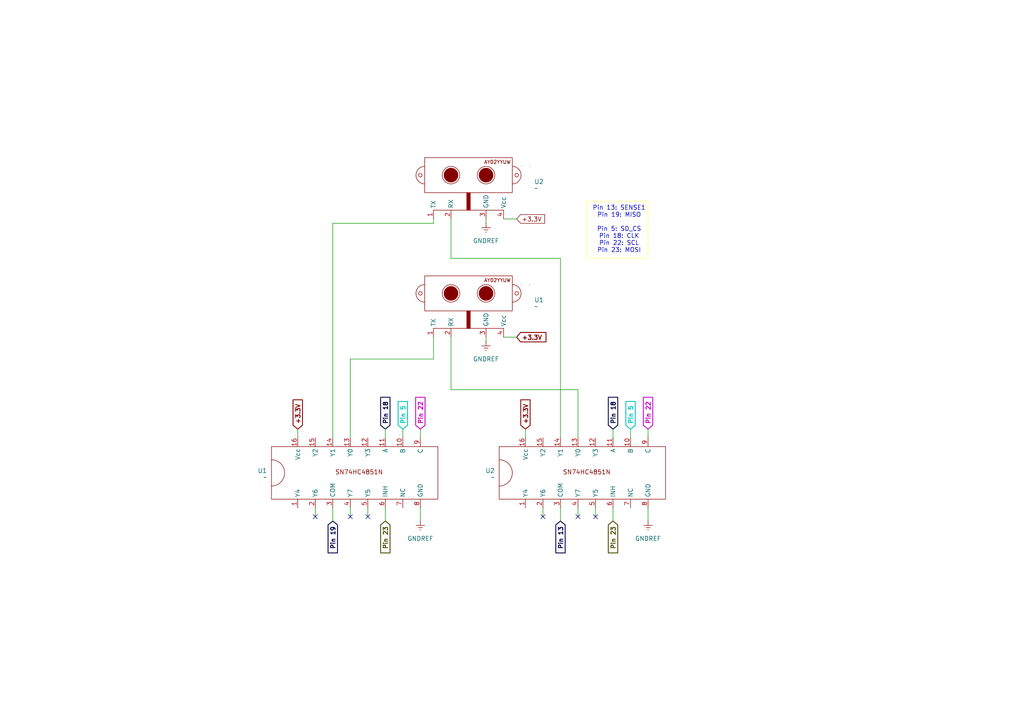
<source format=kicad_sch>
(kicad_sch (version 20231120) (generator "eeschema") (generator_version "8.0")
  (paper "A4")
  (lib_symbols
    (symbol "A02YYUW_1"
      (property "Reference" "U1" (at 19.05 -1.9049 0))
      (property "Value" "~" (at 19.05 -3.81 0))
      (symbol "A02YYUW_1_0_1"
        (rectangle (start -12.7 5.08) (end 12.7 -5.08))
        (circle (center -5.08 0) (radius 2.54))
        (circle (center 5.08 0) (radius 2.54))
      )
      (symbol "A02YYUW_1_1_1"
        (circle (center -13.97 0) (radius 0.508))
        (arc (start -12.7 2.54) (mid -15.24 0) (end -12.7 -2.54))
        (circle (center -5.08 0) (radius 2.032) (fill (type outline)))
        (rectangle (start -0.508 -5.08) (end 0.508 -10.16) (fill (type outline)))
        (polyline (pts (xy 0 -10.16) (xy -10.16 -10.16)))
        (polyline (pts (xy 0 -10.16) (xy 10.16 -10.16)))
        (circle (center 5.08 0) (radius 2.032) (fill (type outline)))
        (arc (start 12.7 -2.54) (mid 15.24 0) (end 12.7 2.54))
        (circle (center 13.97 0) (radius 0.508))
        (arc (start 15.24 2.54) (mid 15.24 2.54) (end 15.24 2.54))
        (arc (start 17.78 2.54) (mid 17.78 2.54) (end 17.78 2.54))
        (arc (start 17.78 2.54) (mid 17.78 2.54) (end 17.78 2.54))
        (text "AY02YYUW" (at 8.382 3.81 0) (effects (font (size 1.016 1.016))))
        (pin input line (at -10.16 -12.7 90) (length 2.54) (name "TX") (number "1"))
        (pin input line (at -5.08 -12.7 90) (length 2.54) (name "RX") (number "2"))
        (pin input line (at 5.08 -12.7 90) (length 2.54) (name "GND") (number "3"))
        (pin input line (at 10.16 -12.7 90) (length 2.54) (name "Vcc") (number "4"))
      )
    )
    (symbol "Mensoft_Carmen:SN74HC4851N"
      (property "Reference" "U" (at 0 20.32 0))
      (symbol "SN74HC4851N_0_1"
        (rectangle (start -22.86 7.62) (end 25.4 -7.62))
        (arc (start 25.4 3.81) (mid 21.59 0) (end 25.4 -3.81))
      )
      (symbol "SN74HC4851N_1_1"
        (text "SN74HC4851N\n" (at 0 -0.254 0) (effects (font (size 1.27 1.27))))
        (pin input line (at 17.78 10.16 270) (length 2.54) (name "Y4") (number "1"))
        (pin input line (at -12.7 -10.16 90) (length 2.54) (name "B") (number "10"))
        (pin input line (at -7.62 -10.16 90) (length 2.54) (name "A") (number "11"))
        (pin input line (at -2.54 -10.16 90) (length 2.54) (name "Y3") (number "12"))
        (pin input line (at 2.54 -10.16 90) (length 2.54) (name "Y0") (number "13"))
        (pin input line (at 7.62 -10.16 90) (length 2.54) (name "Y1") (number "14"))
        (pin input line (at 12.7 -10.16 90) (length 2.54) (name "Y2") (number "15"))
        (pin input line (at 17.78 -10.16 90) (length 2.54) (name "Vcc") (number "16"))
        (pin input line (at 12.7 10.16 270) (length 2.54) (name "Y6") (number "2"))
        (pin input line (at 7.62 10.16 270) (length 2.54) (name "COM") (number "3"))
        (pin input line (at 2.54 10.16 270) (length 2.54) (name "Y7") (number "4"))
        (pin input line (at -2.54 10.16 270) (length 2.54) (name "Y5") (number "5"))
        (pin input line (at -7.62 10.16 270) (length 2.54) (name "INH") (number "6"))
        (pin input line (at -12.7 10.16 270) (length 2.54) (name "NC") (number "7"))
        (pin input line (at -17.78 10.16 270) (length 2.54) (name "GND") (number "8"))
        (pin input line (at -17.78 -10.16 90) (length 2.54) (name "C") (number "9"))
      )
    )
    (symbol "power:GNDREF" (power) (pin_numbers hide) (pin_names (offset 0) hide)
      (property "Value" "GNDREF" (at 0 -3.81 0))
      (symbol "GNDREF_0_1"
        (polyline (pts (xy -0.635 -1.905) (xy 0.635 -1.905)))
        (polyline (pts (xy -0.127 -2.54) (xy 0.127 -2.54)))
        (polyline (pts (xy 0 -1.27) (xy 0 0)))
        (polyline (pts (xy 1.27 -1.27) (xy -1.27 -1.27)))
      )
      (symbol "GNDREF_1_1"
        (pin power_in line (at 0 0 270) (length 0) (name "~") (number "1"))
      )
    )
  )
  (no_connect (at 167.64 149.86))
  (no_connect (at 106.68 149.86))
  (no_connect (at 172.72 149.86))
  (no_connect (at 101.6 149.86))
  (no_connect (at 91.44 149.86))
  (no_connect (at 157.48 149.86))
  (wire (pts (xy 167.64 113.03) (xy 167.64 127)))
  (wire (pts (xy 130.81 97.79) (xy 130.81 113.03)))
  (wire (pts (xy 111.76 124.46) (xy 111.76 127)))
  (bus (pts (xy 170.18 58.42) (xy 187.96 58.42)) (stroke (width 0.508) (color 255 255 194 1)))
  (bus (pts (xy 170.18 74.93) (xy 187.96 74.93)) (stroke (width 0.508) (color 255 255 194 1)))
  (wire (pts (xy 125.73 97.79) (xy 125.73 104.14)))
  (wire (pts (xy 91.44 149.86) (xy 91.44 147.32)))
  (bus (pts (xy 170.18 58.42) (xy 170.18 74.93)) (stroke (width 0.508) (color 255 255 194 1)))
  (wire (pts (xy 130.81 63.5) (xy 130.81 74.93)))
  (wire (pts (xy 157.48 149.86) (xy 157.48 147.32)))
  (wire (pts (xy 96.52 64.77) (xy 96.52 127)))
  (wire (pts (xy 130.81 113.03) (xy 167.64 113.03)))
  (wire (pts (xy 167.64 149.86) (xy 167.64 147.32)))
  (wire (pts (xy 121.92 147.32) (xy 121.92 151.13)))
  (wire (pts (xy 140.97 97.79) (xy 140.97 99.06)))
  (wire (pts (xy 101.6 104.14) (xy 101.6 127)))
  (wire (pts (xy 162.56 74.93) (xy 162.56 127)))
  (wire (pts (xy 125.73 63.5) (xy 125.73 64.77)))
  (wire (pts (xy 162.56 147.32) (xy 162.56 151.13)))
  (wire (pts (xy 140.97 63.5) (xy 140.97 64.77)))
  (wire (pts (xy 172.72 149.86) (xy 172.72 147.32)))
  (wire (pts (xy 177.8 124.46) (xy 177.8 127)))
  (wire (pts (xy 86.36 124.46) (xy 86.36 127)))
  (wire (pts (xy 130.81 74.93) (xy 162.56 74.93)))
  (wire (pts (xy 96.52 147.32) (xy 96.52 151.13)))
  (wire (pts (xy 152.4 124.46) (xy 152.4 127)))
  (wire (pts (xy 106.68 149.86) (xy 106.68 147.32)))
  (bus (pts (xy 187.96 74.93) (xy 187.96 58.42)) (stroke (width 0.508) (color 255 255 194 1)))
  (wire (pts (xy 146.05 63.5) (xy 149.86 63.5)))
  (wire (pts (xy 116.84 124.46) (xy 116.84 127)))
  (wire (pts (xy 101.6 149.86) (xy 101.6 147.32)))
  (wire (pts (xy 187.96 147.32) (xy 187.96 151.13)))
  (wire (pts (xy 182.88 124.46) (xy 182.88 127)))
  (wire (pts (xy 111.76 147.32) (xy 111.76 151.13)))
  (wire (pts (xy 177.8 147.32) (xy 177.8 151.13)))
  (wire (pts (xy 146.05 97.79) (xy 149.86 97.79)))
  (wire (pts (xy 121.92 124.46) (xy 121.92 127)))
  (wire (pts (xy 125.73 64.77) (xy 96.52 64.77)))
  (wire (pts (xy 187.96 124.46) (xy 187.96 127)))
  (wire (pts (xy 101.6 104.14) (xy 125.73 104.14)))
  (text "Pin 13: SENSE1\nPin 19: MISO\n\nPin 5: SD_CS\nPin 18: CLK\nPin 22: SCL\nPin 23: MOSI\n" (at 179.578 66.548 0) (effects (font (size 1.27 1.27))))
  (global_label "Pin 5" (shape input) (at 116.84 124.46 90) (effects (font (thickness 0.254) (bold yes))) (property "Intersheetrefs" "${INTERSHEET_REFS}" (effects (hide yes))))
  (global_label "Pin 5" (shape input) (at 182.88 124.46 90) (effects (font (thickness 0.254) (bold yes))) (property "Intersheetrefs" "${INTERSHEET_REFS}" (effects (hide yes))))
  (global_label "Pin 23" (shape input) (at 111.76 151.13 270) (effects (font (thickness 0.254) (bold yes))) (property "Intersheetrefs" "${INTERSHEET_REFS}" (effects (hide yes))))
  (global_label "+3.3V" (shape input) (at 149.86 63.5 0) (property "Intersheetrefs" "${INTERSHEET_REFS}" (effects (hide yes))))
  (global_label "Pin 13" (shape input) (at 162.56 151.13 270) (effects (font (thickness 0.254) (bold yes))) (property "Intersheetrefs" "${INTERSHEET_REFS}" (effects (hide yes))))
  (global_label "+3.3V" (shape input) (at 149.86 97.79 0) (effects (font (thickness 0.254) (bold yes))) (property "Intersheetrefs" "${INTERSHEET_REFS}" (effects (hide yes))))
  (global_label "Pin 22" (shape input) (at 187.96 124.46 90) (effects (font (thickness 0.254) (bold yes))) (property "Intersheetrefs" "${INTERSHEET_REFS}" (effects (hide yes))))
  (global_label "+3.3V" (shape input) (at 152.4 124.46 90) (effects (font (thickness 0.254) (bold yes))) (property "Intersheetrefs" "${INTERSHEET_REFS}" (effects (hide yes))))
  (global_label "Pin 19" (shape input) (at 96.52 151.13 270) (effects (font (thickness 0.254) (bold yes))) (property "Intersheetrefs" "${INTERSHEET_REFS}" (effects (hide yes))))
  (global_label "Pin 18" (shape input) (at 111.76 124.46 90) (effects (font (thickness 0.254) (bold yes))) (property "Intersheetrefs" "${INTERSHEET_REFS}" (effects (hide yes))))
  (global_label "Pin 22" (shape input) (at 121.92 124.46 90) (effects (font (thickness 0.254) (bold yes))) (property "Intersheetrefs" "${INTERSHEET_REFS}" (effects (hide yes))))
  (global_label "Pin 18" (shape input) (at 177.8 124.46 90) (effects (font (thickness 0.254) (bold yes))) (property "Intersheetrefs" "${INTERSHEET_REFS}" (effects (hide yes))))
  (global_label "+3.3V" (shape input) (at 86.36 124.46 90) (effects (font (thickness 0.254) (bold yes))) (property "Intersheetrefs" "${INTERSHEET_REFS}" (effects (hide yes))))
  (global_label "Pin 23" (shape input) (at 177.8 151.13 270) (effects (font (thickness 0.254) (bold yes))) (property "Intersheetrefs" "${INTERSHEET_REFS}" (effects (hide yes))))
  (symbol (lib_id "Mensoft_Carmen:SN74HC4851N") (at 170.18 137.16 180) (unit 1)
    (property "Reference" "U2" (at 143.51 136.5249 0) (effects (justify left)))
    (property "Value" "~" (at 143.51 138.43 0) (effects (justify left)))
  )
  (symbol (lib_id "power:GNDREF") (at 121.92 151.13 0) (unit 1)
    (property "Reference" "#PWR02" (effects (hide yes)))
    (property "Value" "GNDREF" (at 121.92 156.21 0))
    (property "Description" "Power symbol creates a global label with name \"GNDREF\" , reference supply ground" (effects (hide yes)))
  )
  (symbol (lib_id "power:GNDREF") (at 140.97 64.77 0) (unit 1)
    (property "Reference" "#PWR04" (effects (hide yes)))
    (property "Value" "GNDREF" (at 140.97 69.85 0))
    (property "Description" "Power symbol creates a global label with name \"GNDREF\" , reference supply ground" (effects (hide yes)))
  )
  (symbol (lib_name "A02YYUW_1") (lib_id "Mensoft_Carmen:A02YYUW") (at 135.89 85.09 0) (unit 1)
    (property "Reference" "U1" (at 154.94 86.9949 0) (effects (justify left)))
    (property "Value" "~" (at 154.94 88.9 0) (effects (justify left)))
  )
  (symbol (lib_name "A02YYUW_1") (lib_id "Mensoft_Carmen:A02YYUW") (at 135.89 50.8 0) (unit 1)
    (property "Reference" "U2" (at 154.94 52.7049 0) (effects (justify left)))
    (property "Value" "~" (at 154.94 54.61 0) (effects (justify left)))
  )
  (symbol (lib_id "power:GNDREF") (at 187.96 151.13 0) (unit 1)
    (property "Reference" "#PWR03" (effects (hide yes)))
    (property "Value" "GNDREF" (at 187.96 156.21 0))
    (property "Description" "Power symbol creates a global label with name \"GNDREF\" , reference supply ground" (effects (hide yes)))
  )
  (symbol (lib_id "power:GNDREF") (at 140.97 99.06 0) (unit 1)
    (property "Reference" "#PWR01" (effects (hide yes)))
    (property "Value" "GNDREF" (at 140.97 104.14 0))
    (property "Description" "Power symbol creates a global label with name \"GNDREF\" , reference supply ground" (effects (hide yes)))
  )
  (symbol (lib_id "Mensoft_Carmen:SN74HC4851N") (at 104.14 137.16 180) (unit 1)
    (property "Reference" "U1" (at 77.47 136.5249 0) (effects (justify left)))
    (property "Value" "~" (at 77.47 138.43 0) (effects (justify left)))
  )
)
</source>
